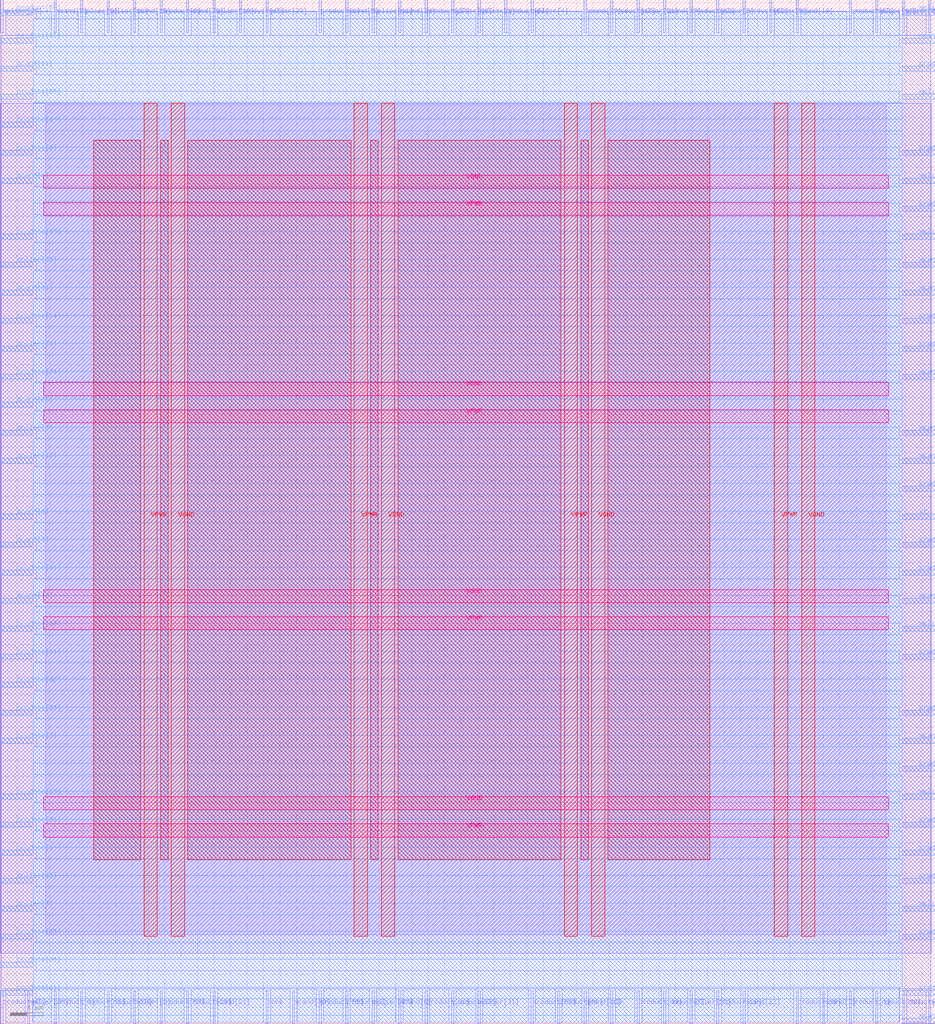
<source format=lef>
VERSION 5.7 ;
  NOWIREEXTENSIONATPIN ON ;
  DIVIDERCHAR "/" ;
  BUSBITCHARS "[]" ;
MACRO mult_seq_32x32
  CLASS BLOCK ;
  FOREIGN mult_seq_32x32 ;
  ORIGIN 0.000 0.000 ;
  SIZE 113.595 BY 124.315 ;
  PIN VGND
    DIRECTION INOUT ;
    USE GROUND ;
    PORT
      LAYER met4 ;
        RECT 20.785 10.640 22.385 111.760 ;
    END
    PORT
      LAYER met4 ;
        RECT 46.315 10.640 47.915 111.760 ;
    END
    PORT
      LAYER met4 ;
        RECT 71.845 10.640 73.445 111.760 ;
    END
    PORT
      LAYER met4 ;
        RECT 97.375 10.640 98.975 111.760 ;
    END
    PORT
      LAYER met5 ;
        RECT 5.280 25.960 107.880 27.560 ;
    END
    PORT
      LAYER met5 ;
        RECT 5.280 51.120 107.880 52.720 ;
    END
    PORT
      LAYER met5 ;
        RECT 5.280 76.280 107.880 77.880 ;
    END
    PORT
      LAYER met5 ;
        RECT 5.280 101.440 107.880 103.040 ;
    END
  END VGND
  PIN VPWR
    DIRECTION INOUT ;
    USE POWER ;
    PORT
      LAYER met4 ;
        RECT 17.485 10.640 19.085 111.760 ;
    END
    PORT
      LAYER met4 ;
        RECT 43.015 10.640 44.615 111.760 ;
    END
    PORT
      LAYER met4 ;
        RECT 68.545 10.640 70.145 111.760 ;
    END
    PORT
      LAYER met4 ;
        RECT 94.075 10.640 95.675 111.760 ;
    END
    PORT
      LAYER met5 ;
        RECT 5.280 22.660 107.880 24.260 ;
    END
    PORT
      LAYER met5 ;
        RECT 5.280 47.820 107.880 49.420 ;
    END
    PORT
      LAYER met5 ;
        RECT 5.280 72.980 107.880 74.580 ;
    END
    PORT
      LAYER met5 ;
        RECT 5.280 98.140 107.880 99.740 ;
    END
  END VPWR
  PIN clk
    DIRECTION INPUT ;
    USE SIGNAL ;
    ANTENNAGATEAREA 0.852000 ;
    PORT
      LAYER met2 ;
        RECT 74.150 0.000 74.430 4.000 ;
    END
  END clk
  PIN done
    DIRECTION OUTPUT TRISTATE ;
    USE SIGNAL ;
    ANTENNADIFFAREA 0.795200 ;
    PORT
      LAYER met2 ;
        RECT 32.290 0.000 32.570 4.000 ;
    END
  END done
  PIN mcand[0]
    DIRECTION INPUT ;
    USE SIGNAL ;
    ANTENNAGATEAREA 0.213000 ;
    PORT
      LAYER met2 ;
        RECT 48.390 0.000 48.670 4.000 ;
    END
  END mcand[0]
  PIN mcand[10]
    DIRECTION INPUT ;
    USE SIGNAL ;
    ANTENNAGATEAREA 0.213000 ;
    PORT
      LAYER met2 ;
        RECT 70.930 0.000 71.210 4.000 ;
    END
  END mcand[10]
  PIN mcand[11]
    DIRECTION INPUT ;
    USE SIGNAL ;
    ANTENNAGATEAREA 0.196500 ;
    PORT
      LAYER met3 ;
        RECT 0.000 115.640 4.000 116.240 ;
    END
  END mcand[11]
  PIN mcand[12]
    DIRECTION INPUT ;
    USE SIGNAL ;
    ANTENNAGATEAREA 0.196500 ;
    PORT
      LAYER met3 ;
        RECT 0.000 51.040 4.000 51.640 ;
    END
  END mcand[12]
  PIN mcand[13]
    DIRECTION INPUT ;
    USE SIGNAL ;
    ANTENNAGATEAREA 0.196500 ;
    PORT
      LAYER met3 ;
        RECT 109.595 88.440 113.595 89.040 ;
    END
  END mcand[13]
  PIN mcand[14]
    DIRECTION INPUT ;
    USE SIGNAL ;
    ANTENNAGATEAREA 0.196500 ;
    PORT
      LAYER met3 ;
        RECT 109.595 34.040 113.595 34.640 ;
    END
  END mcand[14]
  PIN mcand[15]
    DIRECTION INPUT ;
    USE SIGNAL ;
    ANTENNAGATEAREA 0.196500 ;
    PORT
      LAYER met2 ;
        RECT 16.190 120.315 16.470 124.315 ;
    END
  END mcand[15]
  PIN mcand[16]
    DIRECTION INPUT ;
    USE SIGNAL ;
    ANTENNAGATEAREA 0.196500 ;
    PORT
      LAYER met3 ;
        RECT 109.595 68.040 113.595 68.640 ;
    END
  END mcand[16]
  PIN mcand[17]
    DIRECTION INPUT ;
    USE SIGNAL ;
    ANTENNAGATEAREA 0.196500 ;
    PORT
      LAYER met2 ;
        RECT 80.590 120.315 80.870 124.315 ;
    END
  END mcand[17]
  PIN mcand[18]
    DIRECTION INPUT ;
    USE SIGNAL ;
    ANTENNAGATEAREA 0.196500 ;
    PORT
      LAYER met2 ;
        RECT 96.690 120.315 96.970 124.315 ;
    END
  END mcand[18]
  PIN mcand[19]
    DIRECTION INPUT ;
    USE SIGNAL ;
    ANTENNAGATEAREA 0.196500 ;
    PORT
      LAYER met2 ;
        RECT 112.790 120.315 113.070 124.315 ;
    END
  END mcand[19]
  PIN mcand[1]
    DIRECTION INPUT ;
    USE SIGNAL ;
    ANTENNAGATEAREA 0.196500 ;
    PORT
      LAYER met3 ;
        RECT 109.595 71.440 113.595 72.040 ;
    END
  END mcand[1]
  PIN mcand[20]
    DIRECTION INPUT ;
    USE SIGNAL ;
    ANTENNAGATEAREA 0.196500 ;
    PORT
      LAYER met3 ;
        RECT 109.595 91.840 113.595 92.440 ;
    END
  END mcand[20]
  PIN mcand[21]
    DIRECTION INPUT ;
    USE SIGNAL ;
    ANTENNAGATEAREA 0.196500 ;
    PORT
      LAYER met2 ;
        RECT 25.850 0.000 26.130 4.000 ;
    END
  END mcand[21]
  PIN mcand[22]
    DIRECTION INPUT ;
    USE SIGNAL ;
    ANTENNAGATEAREA 0.196500 ;
    PORT
      LAYER met3 ;
        RECT 0.000 74.840 4.000 75.440 ;
    END
  END mcand[22]
  PIN mcand[23]
    DIRECTION INPUT ;
    USE SIGNAL ;
    ANTENNAGATEAREA 0.213000 ;
    PORT
      LAYER met2 ;
        RECT 90.250 0.000 90.530 4.000 ;
    END
  END mcand[23]
  PIN mcand[24]
    DIRECTION INPUT ;
    USE SIGNAL ;
    ANTENNAGATEAREA 0.196500 ;
    PORT
      LAYER met2 ;
        RECT 48.390 120.315 48.670 124.315 ;
    END
  END mcand[24]
  PIN mcand[25]
    DIRECTION INPUT ;
    USE SIGNAL ;
    ANTENNAGATEAREA 0.126000 ;
    PORT
      LAYER met2 ;
        RECT 112.790 0.000 113.070 4.000 ;
    END
  END mcand[25]
  PIN mcand[26]
    DIRECTION INPUT ;
    USE SIGNAL ;
    ANTENNAGATEAREA 0.196500 ;
    PORT
      LAYER met3 ;
        RECT 109.595 0.040 113.595 0.640 ;
    END
  END mcand[26]
  PIN mcand[27]
    DIRECTION INPUT ;
    USE SIGNAL ;
    ANTENNAGATEAREA 0.196500 ;
    PORT
      LAYER met2 ;
        RECT 70.930 120.315 71.210 124.315 ;
    END
  END mcand[27]
  PIN mcand[28]
    DIRECTION INPUT ;
    USE SIGNAL ;
    ANTENNAGATEAREA 0.196500 ;
    PORT
      LAYER met3 ;
        RECT 109.595 78.240 113.595 78.840 ;
    END
  END mcand[28]
  PIN mcand[29]
    DIRECTION INPUT ;
    USE SIGNAL ;
    ANTENNAGATEAREA 0.196500 ;
    PORT
      LAYER met2 ;
        RECT 22.630 120.315 22.910 124.315 ;
    END
  END mcand[29]
  PIN mcand[2]
    DIRECTION INPUT ;
    USE SIGNAL ;
    ANTENNAGATEAREA 0.196500 ;
    PORT
      LAYER met2 ;
        RECT 99.910 0.000 100.190 4.000 ;
    END
  END mcand[2]
  PIN mcand[30]
    DIRECTION INPUT ;
    USE SIGNAL ;
    ANTENNAGATEAREA 0.196500 ;
    PORT
      LAYER met2 ;
        RECT 35.510 0.000 35.790 4.000 ;
    END
  END mcand[30]
  PIN mcand[31]
    DIRECTION INPUT ;
    USE SIGNAL ;
    ANTENNAGATEAREA 0.196500 ;
    PORT
      LAYER met3 ;
        RECT 0.000 88.440 4.000 89.040 ;
    END
  END mcand[31]
  PIN mcand[3]
    DIRECTION INPUT ;
    USE SIGNAL ;
    ANTENNAGATEAREA 0.196500 ;
    PORT
      LAYER met3 ;
        RECT 0.000 57.840 4.000 58.440 ;
    END
  END mcand[3]
  PIN mcand[4]
    DIRECTION INPUT ;
    USE SIGNAL ;
    ANTENNAGATEAREA 0.196500 ;
    PORT
      LAYER met3 ;
        RECT 0.000 102.040 4.000 102.640 ;
    END
  END mcand[4]
  PIN mcand[5]
    DIRECTION INPUT ;
    USE SIGNAL ;
    ANTENNAGATEAREA 0.196500 ;
    PORT
      LAYER met2 ;
        RECT 41.950 120.315 42.230 124.315 ;
    END
  END mcand[5]
  PIN mcand[6]
    DIRECTION INPUT ;
    USE SIGNAL ;
    ANTENNAGATEAREA 0.213000 ;
    PORT
      LAYER met3 ;
        RECT 0.000 61.240 4.000 61.840 ;
    END
  END mcand[6]
  PIN mcand[7]
    DIRECTION INPUT ;
    USE SIGNAL ;
    ANTENNAGATEAREA 0.196500 ;
    PORT
      LAYER met3 ;
        RECT 109.595 51.040 113.595 51.640 ;
    END
  END mcand[7]
  PIN mcand[8]
    DIRECTION INPUT ;
    USE SIGNAL ;
    ANTENNAGATEAREA 0.196500 ;
    PORT
      LAYER met2 ;
        RECT 6.530 120.315 6.810 124.315 ;
    END
  END mcand[8]
  PIN mcand[9]
    DIRECTION INPUT ;
    USE SIGNAL ;
    ANTENNAGATEAREA 0.213000 ;
    PORT
      LAYER met3 ;
        RECT 109.595 119.040 113.595 119.640 ;
    END
  END mcand[9]
  PIN mplier[0]
    DIRECTION INPUT ;
    USE SIGNAL ;
    ANTENNAGATEAREA 0.196500 ;
    PORT
      LAYER met3 ;
        RECT 109.595 13.640 113.595 14.240 ;
    END
  END mplier[0]
  PIN mplier[10]
    DIRECTION INPUT ;
    USE SIGNAL ;
    ANTENNAGATEAREA 0.196500 ;
    PORT
      LAYER met2 ;
        RECT 12.970 120.315 13.250 124.315 ;
    END
  END mplier[10]
  PIN mplier[11]
    DIRECTION INPUT ;
    USE SIGNAL ;
    ANTENNAGATEAREA 0.196500 ;
    PORT
      LAYER met2 ;
        RECT 45.170 120.315 45.450 124.315 ;
    END
  END mplier[11]
  PIN mplier[12]
    DIRECTION INPUT ;
    USE SIGNAL ;
    ANTENNAGATEAREA 0.196500 ;
    PORT
      LAYER met3 ;
        RECT 0.000 68.040 4.000 68.640 ;
    END
  END mplier[12]
  PIN mplier[13]
    DIRECTION INPUT ;
    USE SIGNAL ;
    ANTENNAGATEAREA 0.196500 ;
    PORT
      LAYER met2 ;
        RECT 25.850 120.315 26.130 124.315 ;
    END
  END mplier[13]
  PIN mplier[14]
    DIRECTION INPUT ;
    USE SIGNAL ;
    ANTENNAGATEAREA 0.126000 ;
    PORT
      LAYER met3 ;
        RECT 109.595 112.240 113.595 112.840 ;
    END
  END mplier[14]
  PIN mplier[15]
    DIRECTION INPUT ;
    USE SIGNAL ;
    ANTENNAGATEAREA 0.196500 ;
    PORT
      LAYER met3 ;
        RECT 0.000 17.040 4.000 17.640 ;
    END
  END mplier[15]
  PIN mplier[16]
    DIRECTION INPUT ;
    USE SIGNAL ;
    ANTENNAGATEAREA 0.196500 ;
    PORT
      LAYER met3 ;
        RECT 109.595 47.640 113.595 48.240 ;
    END
  END mplier[16]
  PIN mplier[17]
    DIRECTION INPUT ;
    USE SIGNAL ;
    ANTENNAGATEAREA 0.196500 ;
    PORT
      LAYER met2 ;
        RECT 106.350 120.315 106.630 124.315 ;
    END
  END mplier[17]
  PIN mplier[18]
    DIRECTION INPUT ;
    USE SIGNAL ;
    ANTENNAGATEAREA 0.196500 ;
    PORT
      LAYER met3 ;
        RECT 109.595 95.240 113.595 95.840 ;
    END
  END mplier[18]
  PIN mplier[19]
    DIRECTION INPUT ;
    USE SIGNAL ;
    ANTENNAGATEAREA 0.196500 ;
    PORT
      LAYER met3 ;
        RECT 109.595 27.240 113.595 27.840 ;
    END
  END mplier[19]
  PIN mplier[1]
    DIRECTION INPUT ;
    USE SIGNAL ;
    ANTENNAGATEAREA 0.196500 ;
    PORT
      LAYER met2 ;
        RECT 58.050 120.315 58.330 124.315 ;
    END
  END mplier[1]
  PIN mplier[20]
    DIRECTION INPUT ;
    USE SIGNAL ;
    ANTENNAGATEAREA 0.196500 ;
    PORT
      LAYER met2 ;
        RECT 3.310 0.000 3.590 4.000 ;
    END
  END mplier[20]
  PIN mplier[21]
    DIRECTION INPUT ;
    USE SIGNAL ;
    ANTENNAGATEAREA 0.196500 ;
    PORT
      LAYER met2 ;
        RECT 77.370 120.315 77.650 124.315 ;
    END
  END mplier[21]
  PIN mplier[22]
    DIRECTION INPUT ;
    USE SIGNAL ;
    ANTENNAGATEAREA 0.196500 ;
    PORT
      LAYER met2 ;
        RECT 83.810 0.000 84.090 4.000 ;
    END
  END mplier[22]
  PIN mplier[23]
    DIRECTION INPUT ;
    USE SIGNAL ;
    ANTENNAGATEAREA 0.196500 ;
    PORT
      LAYER met2 ;
        RECT 109.570 120.315 109.850 124.315 ;
    END
  END mplier[23]
  PIN mplier[24]
    DIRECTION INPUT ;
    USE SIGNAL ;
    ANTENNAGATEAREA 0.196500 ;
    PORT
      LAYER met3 ;
        RECT 0.000 81.640 4.000 82.240 ;
    END
  END mplier[24]
  PIN mplier[25]
    DIRECTION INPUT ;
    USE SIGNAL ;
    ANTENNAGATEAREA 0.196500 ;
    PORT
      LAYER met3 ;
        RECT 0.000 91.840 4.000 92.440 ;
    END
  END mplier[25]
  PIN mplier[26]
    DIRECTION INPUT ;
    USE SIGNAL ;
    ANTENNAGATEAREA 0.196500 ;
    PORT
      LAYER met2 ;
        RECT 0.090 120.315 0.370 124.315 ;
    END
  END mplier[26]
  PIN mplier[27]
    DIRECTION INPUT ;
    USE SIGNAL ;
    ANTENNAGATEAREA 0.196500 ;
    PORT
      LAYER met2 ;
        RECT 45.170 0.000 45.450 4.000 ;
    END
  END mplier[27]
  PIN mplier[28]
    DIRECTION INPUT ;
    USE SIGNAL ;
    ANTENNAGATEAREA 0.196500 ;
    PORT
      LAYER met2 ;
        RECT 54.830 120.315 55.110 124.315 ;
    END
  END mplier[28]
  PIN mplier[29]
    DIRECTION INPUT ;
    USE SIGNAL ;
    ANTENNAGATEAREA 0.196500 ;
    PORT
      LAYER met2 ;
        RECT 32.290 120.315 32.570 124.315 ;
    END
  END mplier[29]
  PIN mplier[2]
    DIRECTION INPUT ;
    USE SIGNAL ;
    ANTENNAGATEAREA 0.196500 ;
    PORT
      LAYER met2 ;
        RECT 16.190 0.000 16.470 4.000 ;
    END
  END mplier[2]
  PIN mplier[30]
    DIRECTION INPUT ;
    USE SIGNAL ;
    ANTENNAGATEAREA 0.196500 ;
    PORT
      LAYER met3 ;
        RECT 109.595 122.440 113.595 123.040 ;
    END
  END mplier[30]
  PIN mplier[31]
    DIRECTION INPUT ;
    USE SIGNAL ;
    ANTENNAGATEAREA 0.196500 ;
    PORT
      LAYER met2 ;
        RECT 58.050 0.000 58.330 4.000 ;
    END
  END mplier[31]
  PIN mplier[3]
    DIRECTION INPUT ;
    USE SIGNAL ;
    ANTENNAGATEAREA 0.196500 ;
    PORT
      LAYER met3 ;
        RECT 0.000 13.640 4.000 14.240 ;
    END
  END mplier[3]
  PIN mplier[4]
    DIRECTION INPUT ;
    USE SIGNAL ;
    ANTENNAGATEAREA 0.196500 ;
    PORT
      LAYER met2 ;
        RECT 64.490 120.315 64.770 124.315 ;
    END
  END mplier[4]
  PIN mplier[5]
    DIRECTION INPUT ;
    USE SIGNAL ;
    ANTENNAGATEAREA 0.196500 ;
    PORT
      LAYER met2 ;
        RECT 87.030 120.315 87.310 124.315 ;
    END
  END mplier[5]
  PIN mplier[6]
    DIRECTION INPUT ;
    USE SIGNAL ;
    ANTENNAGATEAREA 0.196500 ;
    PORT
      LAYER met3 ;
        RECT 0.000 71.440 4.000 72.040 ;
    END
  END mplier[6]
  PIN mplier[7]
    DIRECTION INPUT ;
    USE SIGNAL ;
    ANTENNAGATEAREA 0.126000 ;
    PORT
      LAYER met3 ;
        RECT 109.595 102.040 113.595 102.640 ;
    END
  END mplier[7]
  PIN mplier[8]
    DIRECTION INPUT ;
    USE SIGNAL ;
    ANTENNAGATEAREA 0.196500 ;
    PORT
      LAYER met2 ;
        RECT 93.470 120.315 93.750 124.315 ;
    END
  END mplier[8]
  PIN mplier[9]
    DIRECTION INPUT ;
    USE SIGNAL ;
    ANTENNAGATEAREA 0.196500 ;
    PORT
      LAYER met2 ;
        RECT 9.750 120.315 10.030 124.315 ;
    END
  END mplier[9]
  PIN product[0]
    DIRECTION OUTPUT TRISTATE ;
    USE SIGNAL ;
    ANTENNADIFFAREA 0.795200 ;
    PORT
      LAYER met2 ;
        RECT 38.730 120.315 39.010 124.315 ;
    END
  END product[0]
  PIN product[10]
    DIRECTION OUTPUT TRISTATE ;
    USE SIGNAL ;
    ANTENNADIFFAREA 0.795200 ;
    PORT
      LAYER met3 ;
        RECT 0.000 20.440 4.000 21.040 ;
    END
  END product[10]
  PIN product[11]
    DIRECTION OUTPUT TRISTATE ;
    USE SIGNAL ;
    ANTENNADIFFAREA 0.795200 ;
    PORT
      LAYER met3 ;
        RECT 0.000 44.240 4.000 44.840 ;
    END
  END product[11]
  PIN product[12]
    DIRECTION OUTPUT TRISTATE ;
    USE SIGNAL ;
    ANTENNADIFFAREA 0.795200 ;
    PORT
      LAYER met3 ;
        RECT 109.595 54.440 113.595 55.040 ;
    END
  END product[12]
  PIN product[13]
    DIRECTION OUTPUT TRISTATE ;
    USE SIGNAL ;
    ANTENNADIFFAREA 0.445500 ;
    PORT
      LAYER met3 ;
        RECT 109.595 37.440 113.595 38.040 ;
    END
  END product[13]
  PIN product[14]
    DIRECTION OUTPUT TRISTATE ;
    USE SIGNAL ;
    ANTENNADIFFAREA 0.795200 ;
    PORT
      LAYER met3 ;
        RECT 0.000 85.040 4.000 85.640 ;
    END
  END product[14]
  PIN product[15]
    DIRECTION OUTPUT TRISTATE ;
    USE SIGNAL ;
    ANTENNADIFFAREA 0.795200 ;
    PORT
      LAYER met2 ;
        RECT 9.750 0.000 10.030 4.000 ;
    END
  END product[15]
  PIN product[16]
    DIRECTION OUTPUT TRISTATE ;
    USE SIGNAL ;
    ANTENNADIFFAREA 0.795200 ;
    PORT
      LAYER met3 ;
        RECT 109.595 3.440 113.595 4.040 ;
    END
  END product[16]
  PIN product[17]
    DIRECTION OUTPUT TRISTATE ;
    USE SIGNAL ;
    ANTENNADIFFAREA 0.445500 ;
    PORT
      LAYER met3 ;
        RECT 109.595 44.240 113.595 44.840 ;
    END
  END product[17]
  PIN product[18]
    DIRECTION OUTPUT TRISTATE ;
    USE SIGNAL ;
    ANTENNADIFFAREA 0.795200 ;
    PORT
      LAYER met3 ;
        RECT 0.000 27.240 4.000 27.840 ;
    END
  END product[18]
  PIN product[19]
    DIRECTION OUTPUT TRISTATE ;
    USE SIGNAL ;
    ANTENNADIFFAREA 0.445500 ;
    PORT
      LAYER met3 ;
        RECT 109.595 23.840 113.595 24.440 ;
    END
  END product[19]
  PIN product[1]
    DIRECTION OUTPUT TRISTATE ;
    USE SIGNAL ;
    ANTENNADIFFAREA 0.795200 ;
    PORT
      LAYER met2 ;
        RECT 103.130 0.000 103.410 4.000 ;
    END
  END product[1]
  PIN product[20]
    DIRECTION OUTPUT TRISTATE ;
    USE SIGNAL ;
    ANTENNADIFFAREA 0.795200 ;
    PORT
      LAYER met2 ;
        RECT 51.610 0.000 51.890 4.000 ;
    END
  END product[20]
  PIN product[21]
    DIRECTION OUTPUT TRISTATE ;
    USE SIGNAL ;
    ANTENNADIFFAREA 0.795200 ;
    PORT
      LAYER met3 ;
        RECT 0.000 3.440 4.000 4.040 ;
    END
  END product[21]
  PIN product[22]
    DIRECTION OUTPUT TRISTATE ;
    USE SIGNAL ;
    ANTENNADIFFAREA 0.795200 ;
    PORT
      LAYER met3 ;
        RECT 109.595 115.640 113.595 116.240 ;
    END
  END product[22]
  PIN product[23]
    DIRECTION OUTPUT TRISTATE ;
    USE SIGNAL ;
    ANTENNADIFFAREA 0.795200 ;
    PORT
      LAYER met2 ;
        RECT 22.630 0.000 22.910 4.000 ;
    END
  END product[23]
  PIN product[24]
    DIRECTION OUTPUT TRISTATE ;
    USE SIGNAL ;
    ANTENNADIFFAREA 0.445500 ;
    PORT
      LAYER met3 ;
        RECT 109.595 17.040 113.595 17.640 ;
    END
  END product[24]
  PIN product[25]
    DIRECTION OUTPUT TRISTATE ;
    USE SIGNAL ;
    ANTENNADIFFAREA 0.795200 ;
    PORT
      LAYER met3 ;
        RECT 0.000 10.240 4.000 10.840 ;
    END
  END product[25]
  PIN product[26]
    DIRECTION OUTPUT TRISTATE ;
    USE SIGNAL ;
    ANTENNADIFFAREA 0.795200 ;
    PORT
      LAYER met2 ;
        RECT 109.570 0.000 109.850 4.000 ;
    END
  END product[26]
  PIN product[27]
    DIRECTION OUTPUT TRISTATE ;
    USE SIGNAL ;
    ANTENNADIFFAREA 0.795200 ;
    PORT
      LAYER met2 ;
        RECT 51.610 120.315 51.890 124.315 ;
    END
  END product[27]
  PIN product[28]
    DIRECTION OUTPUT TRISTATE ;
    USE SIGNAL ;
    ANTENNADIFFAREA 0.795200 ;
    PORT
      LAYER met2 ;
        RECT 87.030 0.000 87.310 4.000 ;
    END
  END product[28]
  PIN product[29]
    DIRECTION OUTPUT TRISTATE ;
    USE SIGNAL ;
    ANTENNADIFFAREA 0.795200 ;
    PORT
      LAYER met2 ;
        RECT 12.970 0.000 13.250 4.000 ;
    END
  END product[29]
  PIN product[2]
    DIRECTION OUTPUT TRISTATE ;
    USE SIGNAL ;
    ANTENNADIFFAREA 0.795200 ;
    PORT
      LAYER met2 ;
        RECT 41.950 0.000 42.230 4.000 ;
    END
  END product[2]
  PIN product[30]
    DIRECTION OUTPUT TRISTATE ;
    USE SIGNAL ;
    ANTENNADIFFAREA 0.795200 ;
    PORT
      LAYER met3 ;
        RECT 109.595 10.240 113.595 10.840 ;
    END
  END product[30]
  PIN product[31]
    DIRECTION OUTPUT TRISTATE ;
    USE SIGNAL ;
    ANTENNADIFFAREA 0.445500 ;
    PORT
      LAYER met3 ;
        RECT 109.595 85.040 113.595 85.640 ;
    END
  END product[31]
  PIN product[32]
    DIRECTION OUTPUT TRISTATE ;
    USE SIGNAL ;
    ANTENNADIFFAREA 0.445500 ;
    PORT
      LAYER met3 ;
        RECT 109.595 57.840 113.595 58.440 ;
    END
  END product[32]
  PIN product[33]
    DIRECTION OUTPUT TRISTATE ;
    USE SIGNAL ;
    ANTENNADIFFAREA 0.795200 ;
    PORT
      LAYER met2 ;
        RECT 96.690 0.000 96.970 4.000 ;
    END
  END product[33]
  PIN product[34]
    DIRECTION OUTPUT TRISTATE ;
    USE SIGNAL ;
    ANTENNADIFFAREA 0.795200 ;
    PORT
      LAYER met3 ;
        RECT 0.000 78.240 4.000 78.840 ;
    END
  END product[34]
  PIN product[35]
    DIRECTION OUTPUT TRISTATE ;
    USE SIGNAL ;
    ANTENNADIFFAREA 0.445500 ;
    PORT
      LAYER met3 ;
        RECT 109.595 30.640 113.595 31.240 ;
    END
  END product[35]
  PIN product[36]
    DIRECTION OUTPUT TRISTATE ;
    USE SIGNAL ;
    ANTENNADIFFAREA 0.795200 ;
    PORT
      LAYER met3 ;
        RECT 0.000 6.840 4.000 7.440 ;
    END
  END product[36]
  PIN product[37]
    DIRECTION OUTPUT TRISTATE ;
    USE SIGNAL ;
    ANTENNADIFFAREA 0.445500 ;
    PORT
      LAYER met3 ;
        RECT 109.595 64.640 113.595 65.240 ;
    END
  END product[37]
  PIN product[38]
    DIRECTION OUTPUT TRISTATE ;
    USE SIGNAL ;
    ANTENNADIFFAREA 0.445500 ;
    PORT
      LAYER met3 ;
        RECT 109.595 98.640 113.595 99.240 ;
    END
  END product[38]
  PIN product[39]
    DIRECTION OUTPUT TRISTATE ;
    USE SIGNAL ;
    ANTENNADIFFAREA 0.795200 ;
    PORT
      LAYER met2 ;
        RECT 106.350 0.000 106.630 4.000 ;
    END
  END product[39]
  PIN product[3]
    DIRECTION OUTPUT TRISTATE ;
    USE SIGNAL ;
    ANTENNADIFFAREA 0.795200 ;
    PORT
      LAYER met3 ;
        RECT 109.595 105.440 113.595 106.040 ;
    END
  END product[3]
  PIN product[40]
    DIRECTION OUTPUT TRISTATE ;
    USE SIGNAL ;
    ANTENNADIFFAREA 0.795200 ;
    PORT
      LAYER met3 ;
        RECT 0.000 108.840 4.000 109.440 ;
    END
  END product[40]
  PIN product[41]
    DIRECTION OUTPUT TRISTATE ;
    USE SIGNAL ;
    ANTENNADIFFAREA 0.795200 ;
    PORT
      LAYER met3 ;
        RECT 0.000 54.440 4.000 55.040 ;
    END
  END product[41]
  PIN product[42]
    DIRECTION OUTPUT TRISTATE ;
    USE SIGNAL ;
    ANTENNADIFFAREA 0.795200 ;
    PORT
      LAYER met3 ;
        RECT 0.000 40.840 4.000 41.440 ;
    END
  END product[42]
  PIN product[43]
    DIRECTION OUTPUT TRISTATE ;
    USE SIGNAL ;
    ANTENNADIFFAREA 0.795200 ;
    PORT
      LAYER met2 ;
        RECT 0.090 0.000 0.370 4.000 ;
    END
  END product[43]
  PIN product[44]
    DIRECTION OUTPUT TRISTATE ;
    USE SIGNAL ;
    ANTENNADIFFAREA 0.795200 ;
    PORT
      LAYER met2 ;
        RECT 77.370 0.000 77.650 4.000 ;
    END
  END product[44]
  PIN product[45]
    DIRECTION OUTPUT TRISTATE ;
    USE SIGNAL ;
    ANTENNADIFFAREA 0.795200 ;
    PORT
      LAYER met3 ;
        RECT 0.000 119.040 4.000 119.640 ;
    END
  END product[45]
  PIN product[46]
    DIRECTION OUTPUT TRISTATE ;
    USE SIGNAL ;
    ANTENNADIFFAREA 0.795200 ;
    PORT
      LAYER met2 ;
        RECT 29.070 120.315 29.350 124.315 ;
    END
  END product[46]
  PIN product[47]
    DIRECTION OUTPUT TRISTATE ;
    USE SIGNAL ;
    ANTENNADIFFAREA 0.795200 ;
    PORT
      LAYER met2 ;
        RECT 74.150 120.315 74.430 124.315 ;
    END
  END product[47]
  PIN product[48]
    DIRECTION OUTPUT TRISTATE ;
    USE SIGNAL ;
    ANTENNADIFFAREA 0.795200 ;
    PORT
      LAYER met3 ;
        RECT 0.000 95.240 4.000 95.840 ;
    END
  END product[48]
  PIN product[49]
    DIRECTION OUTPUT TRISTATE ;
    USE SIGNAL ;
    ANTENNADIFFAREA 0.795200 ;
    PORT
      LAYER met3 ;
        RECT 0.000 47.640 4.000 48.240 ;
    END
  END product[49]
  PIN product[4]
    DIRECTION OUTPUT TRISTATE ;
    USE SIGNAL ;
    ANTENNADIFFAREA 0.795200 ;
    PORT
      LAYER met2 ;
        RECT 6.530 0.000 6.810 4.000 ;
    END
  END product[4]
  PIN product[50]
    DIRECTION OUTPUT TRISTATE ;
    USE SIGNAL ;
    ANTENNADIFFAREA 0.795200 ;
    PORT
      LAYER met2 ;
        RECT 90.250 120.315 90.530 124.315 ;
    END
  END product[50]
  PIN product[51]
    DIRECTION OUTPUT TRISTATE ;
    USE SIGNAL ;
    ANTENNADIFFAREA 0.795200 ;
    PORT
      LAYER met2 ;
        RECT 61.270 120.315 61.550 124.315 ;
    END
  END product[51]
  PIN product[52]
    DIRECTION OUTPUT TRISTATE ;
    USE SIGNAL ;
    ANTENNADIFFAREA 0.795200 ;
    PORT
      LAYER met2 ;
        RECT 54.830 0.000 55.110 4.000 ;
    END
  END product[52]
  PIN product[53]
    DIRECTION OUTPUT TRISTATE ;
    USE SIGNAL ;
    ANTENNADIFFAREA 0.795200 ;
    PORT
      LAYER met2 ;
        RECT 103.130 120.315 103.410 124.315 ;
    END
  END product[53]
  PIN product[54]
    DIRECTION OUTPUT TRISTATE ;
    USE SIGNAL ;
    ANTENNADIFFAREA 0.795200 ;
    PORT
      LAYER met3 ;
        RECT 109.595 20.440 113.595 21.040 ;
    END
  END product[54]
  PIN product[55]
    DIRECTION OUTPUT TRISTATE ;
    USE SIGNAL ;
    ANTENNADIFFAREA 0.795200 ;
    PORT
      LAYER met3 ;
        RECT 0.000 112.240 4.000 112.840 ;
    END
  END product[55]
  PIN product[56]
    DIRECTION OUTPUT TRISTATE ;
    USE SIGNAL ;
    ANTENNADIFFAREA 0.795200 ;
    PORT
      LAYER met3 ;
        RECT 0.000 37.440 4.000 38.040 ;
    END
  END product[56]
  PIN product[57]
    DIRECTION OUTPUT TRISTATE ;
    USE SIGNAL ;
    ANTENNADIFFAREA 0.795200 ;
    PORT
      LAYER met2 ;
        RECT 19.410 0.000 19.690 4.000 ;
    END
  END product[57]
  PIN product[58]
    DIRECTION OUTPUT TRISTATE ;
    USE SIGNAL ;
    ANTENNADIFFAREA 0.795200 ;
    PORT
      LAYER met2 ;
        RECT 38.730 0.000 39.010 4.000 ;
    END
  END product[58]
  PIN product[59]
    DIRECTION OUTPUT TRISTATE ;
    USE SIGNAL ;
    ANTENNADIFFAREA 0.795200 ;
    PORT
      LAYER met2 ;
        RECT 64.490 0.000 64.770 4.000 ;
    END
  END product[59]
  PIN product[5]
    DIRECTION OUTPUT TRISTATE ;
    USE SIGNAL ;
    ANTENNADIFFAREA 0.445500 ;
    PORT
      LAYER met3 ;
        RECT 109.595 81.640 113.595 82.240 ;
    END
  END product[5]
  PIN product[60]
    DIRECTION OUTPUT TRISTATE ;
    USE SIGNAL ;
    ANTENNADIFFAREA 0.795200 ;
    PORT
      LAYER met2 ;
        RECT 67.710 0.000 67.990 4.000 ;
    END
  END product[60]
  PIN product[61]
    DIRECTION OUTPUT TRISTATE ;
    USE SIGNAL ;
    ANTENNADIFFAREA 0.795200 ;
    PORT
      LAYER met3 ;
        RECT 0.000 23.840 4.000 24.440 ;
    END
  END product[61]
  PIN product[62]
    DIRECTION OUTPUT TRISTATE ;
    USE SIGNAL ;
    ANTENNADIFFAREA 0.795200 ;
    PORT
      LAYER met2 ;
        RECT 83.810 120.315 84.090 124.315 ;
    END
  END product[62]
  PIN product[63]
    DIRECTION OUTPUT TRISTATE ;
    USE SIGNAL ;
    ANTENNADIFFAREA 0.795200 ;
    PORT
      LAYER met3 ;
        RECT 0.000 122.440 4.000 123.040 ;
    END
  END product[63]
  PIN product[6]
    DIRECTION OUTPUT TRISTATE ;
    USE SIGNAL ;
    ANTENNADIFFAREA 0.795200 ;
    PORT
      LAYER met2 ;
        RECT 19.410 120.315 19.690 124.315 ;
    END
  END product[6]
  PIN product[7]
    DIRECTION OUTPUT TRISTATE ;
    USE SIGNAL ;
    ANTENNADIFFAREA 0.795200 ;
    PORT
      LAYER met2 ;
        RECT 80.590 0.000 80.870 4.000 ;
    END
  END product[7]
  PIN product[8]
    DIRECTION OUTPUT TRISTATE ;
    USE SIGNAL ;
    ANTENNADIFFAREA 0.795200 ;
    PORT
      LAYER met3 ;
        RECT 0.000 34.040 4.000 34.640 ;
    END
  END product[8]
  PIN product[9]
    DIRECTION OUTPUT TRISTATE ;
    USE SIGNAL ;
    ANTENNADIFFAREA 0.795200 ;
    PORT
      LAYER met3 ;
        RECT 0.000 105.440 4.000 106.040 ;
    END
  END product[9]
  PIN st
    DIRECTION INPUT ;
    USE SIGNAL ;
    ANTENNAGATEAREA 0.213000 ;
    PORT
      LAYER met3 ;
        RECT 109.595 61.240 113.595 61.840 ;
    END
  END st
  OBS
      LAYER li1 ;
        RECT 5.520 10.795 107.640 111.605 ;
      LAYER met1 ;
        RECT 0.070 8.540 113.090 111.760 ;
      LAYER met2 ;
        RECT 0.650 120.035 6.250 122.925 ;
        RECT 7.090 120.035 9.470 122.925 ;
        RECT 10.310 120.035 12.690 122.925 ;
        RECT 13.530 120.035 15.910 122.925 ;
        RECT 16.750 120.035 19.130 122.925 ;
        RECT 19.970 120.035 22.350 122.925 ;
        RECT 23.190 120.035 25.570 122.925 ;
        RECT 26.410 120.035 28.790 122.925 ;
        RECT 29.630 120.035 32.010 122.925 ;
        RECT 32.850 120.035 38.450 122.925 ;
        RECT 39.290 120.035 41.670 122.925 ;
        RECT 42.510 120.035 44.890 122.925 ;
        RECT 45.730 120.035 48.110 122.925 ;
        RECT 48.950 120.035 51.330 122.925 ;
        RECT 52.170 120.035 54.550 122.925 ;
        RECT 55.390 120.035 57.770 122.925 ;
        RECT 58.610 120.035 60.990 122.925 ;
        RECT 61.830 120.035 64.210 122.925 ;
        RECT 65.050 120.035 70.650 122.925 ;
        RECT 71.490 120.035 73.870 122.925 ;
        RECT 74.710 120.035 77.090 122.925 ;
        RECT 77.930 120.035 80.310 122.925 ;
        RECT 81.150 120.035 83.530 122.925 ;
        RECT 84.370 120.035 86.750 122.925 ;
        RECT 87.590 120.035 89.970 122.925 ;
        RECT 90.810 120.035 93.190 122.925 ;
        RECT 94.030 120.035 96.410 122.925 ;
        RECT 97.250 120.035 102.850 122.925 ;
        RECT 103.690 120.035 106.070 122.925 ;
        RECT 106.910 120.035 109.290 122.925 ;
        RECT 110.130 120.035 112.510 122.925 ;
        RECT 0.100 4.280 113.060 120.035 ;
        RECT 0.650 0.155 3.030 4.280 ;
        RECT 3.870 0.155 6.250 4.280 ;
        RECT 7.090 0.155 9.470 4.280 ;
        RECT 10.310 0.155 12.690 4.280 ;
        RECT 13.530 0.155 15.910 4.280 ;
        RECT 16.750 0.155 19.130 4.280 ;
        RECT 19.970 0.155 22.350 4.280 ;
        RECT 23.190 0.155 25.570 4.280 ;
        RECT 26.410 0.155 32.010 4.280 ;
        RECT 32.850 0.155 35.230 4.280 ;
        RECT 36.070 0.155 38.450 4.280 ;
        RECT 39.290 0.155 41.670 4.280 ;
        RECT 42.510 0.155 44.890 4.280 ;
        RECT 45.730 0.155 48.110 4.280 ;
        RECT 48.950 0.155 51.330 4.280 ;
        RECT 52.170 0.155 54.550 4.280 ;
        RECT 55.390 0.155 57.770 4.280 ;
        RECT 58.610 0.155 64.210 4.280 ;
        RECT 65.050 0.155 67.430 4.280 ;
        RECT 68.270 0.155 70.650 4.280 ;
        RECT 71.490 0.155 73.870 4.280 ;
        RECT 74.710 0.155 77.090 4.280 ;
        RECT 77.930 0.155 80.310 4.280 ;
        RECT 81.150 0.155 83.530 4.280 ;
        RECT 84.370 0.155 86.750 4.280 ;
        RECT 87.590 0.155 89.970 4.280 ;
        RECT 90.810 0.155 96.410 4.280 ;
        RECT 97.250 0.155 99.630 4.280 ;
        RECT 100.470 0.155 102.850 4.280 ;
        RECT 103.690 0.155 106.070 4.280 ;
        RECT 106.910 0.155 109.290 4.280 ;
        RECT 110.130 0.155 112.510 4.280 ;
      LAYER met3 ;
        RECT 4.400 122.040 109.195 122.905 ;
        RECT 3.990 120.040 109.595 122.040 ;
        RECT 4.400 118.640 109.195 120.040 ;
        RECT 3.990 116.640 109.595 118.640 ;
        RECT 4.400 115.240 109.195 116.640 ;
        RECT 3.990 113.240 109.595 115.240 ;
        RECT 4.400 111.840 109.195 113.240 ;
        RECT 3.990 109.840 109.595 111.840 ;
        RECT 4.400 108.440 109.595 109.840 ;
        RECT 3.990 106.440 109.595 108.440 ;
        RECT 4.400 105.040 109.195 106.440 ;
        RECT 3.990 103.040 109.595 105.040 ;
        RECT 4.400 101.640 109.195 103.040 ;
        RECT 3.990 99.640 109.595 101.640 ;
        RECT 3.990 98.240 109.195 99.640 ;
        RECT 3.990 96.240 109.595 98.240 ;
        RECT 4.400 94.840 109.195 96.240 ;
        RECT 3.990 92.840 109.595 94.840 ;
        RECT 4.400 91.440 109.195 92.840 ;
        RECT 3.990 89.440 109.595 91.440 ;
        RECT 4.400 88.040 109.195 89.440 ;
        RECT 3.990 86.040 109.595 88.040 ;
        RECT 4.400 84.640 109.195 86.040 ;
        RECT 3.990 82.640 109.595 84.640 ;
        RECT 4.400 81.240 109.195 82.640 ;
        RECT 3.990 79.240 109.595 81.240 ;
        RECT 4.400 77.840 109.195 79.240 ;
        RECT 3.990 75.840 109.595 77.840 ;
        RECT 4.400 74.440 109.595 75.840 ;
        RECT 3.990 72.440 109.595 74.440 ;
        RECT 4.400 71.040 109.195 72.440 ;
        RECT 3.990 69.040 109.595 71.040 ;
        RECT 4.400 67.640 109.195 69.040 ;
        RECT 3.990 65.640 109.595 67.640 ;
        RECT 3.990 64.240 109.195 65.640 ;
        RECT 3.990 62.240 109.595 64.240 ;
        RECT 4.400 60.840 109.195 62.240 ;
        RECT 3.990 58.840 109.595 60.840 ;
        RECT 4.400 57.440 109.195 58.840 ;
        RECT 3.990 55.440 109.595 57.440 ;
        RECT 4.400 54.040 109.195 55.440 ;
        RECT 3.990 52.040 109.595 54.040 ;
        RECT 4.400 50.640 109.195 52.040 ;
        RECT 3.990 48.640 109.595 50.640 ;
        RECT 4.400 47.240 109.195 48.640 ;
        RECT 3.990 45.240 109.595 47.240 ;
        RECT 4.400 43.840 109.195 45.240 ;
        RECT 3.990 41.840 109.595 43.840 ;
        RECT 4.400 40.440 109.595 41.840 ;
        RECT 3.990 38.440 109.595 40.440 ;
        RECT 4.400 37.040 109.195 38.440 ;
        RECT 3.990 35.040 109.595 37.040 ;
        RECT 4.400 33.640 109.195 35.040 ;
        RECT 3.990 31.640 109.595 33.640 ;
        RECT 3.990 30.240 109.195 31.640 ;
        RECT 3.990 28.240 109.595 30.240 ;
        RECT 4.400 26.840 109.195 28.240 ;
        RECT 3.990 24.840 109.595 26.840 ;
        RECT 4.400 23.440 109.195 24.840 ;
        RECT 3.990 21.440 109.595 23.440 ;
        RECT 4.400 20.040 109.195 21.440 ;
        RECT 3.990 18.040 109.595 20.040 ;
        RECT 4.400 16.640 109.195 18.040 ;
        RECT 3.990 14.640 109.595 16.640 ;
        RECT 4.400 13.240 109.195 14.640 ;
        RECT 3.990 11.240 109.595 13.240 ;
        RECT 4.400 9.840 109.195 11.240 ;
        RECT 3.990 7.840 109.595 9.840 ;
        RECT 4.400 6.440 109.595 7.840 ;
        RECT 3.990 4.440 109.595 6.440 ;
        RECT 4.400 3.040 109.195 4.440 ;
        RECT 3.990 1.040 109.595 3.040 ;
        RECT 3.990 0.175 109.195 1.040 ;
      LAYER met4 ;
        RECT 11.335 19.895 17.085 107.265 ;
        RECT 19.485 19.895 20.385 107.265 ;
        RECT 22.785 19.895 42.615 107.265 ;
        RECT 45.015 19.895 45.915 107.265 ;
        RECT 48.315 19.895 68.145 107.265 ;
        RECT 70.545 19.895 71.445 107.265 ;
        RECT 73.845 19.895 86.185 107.265 ;
  END
END mult_seq_32x32
END LIBRARY


</source>
